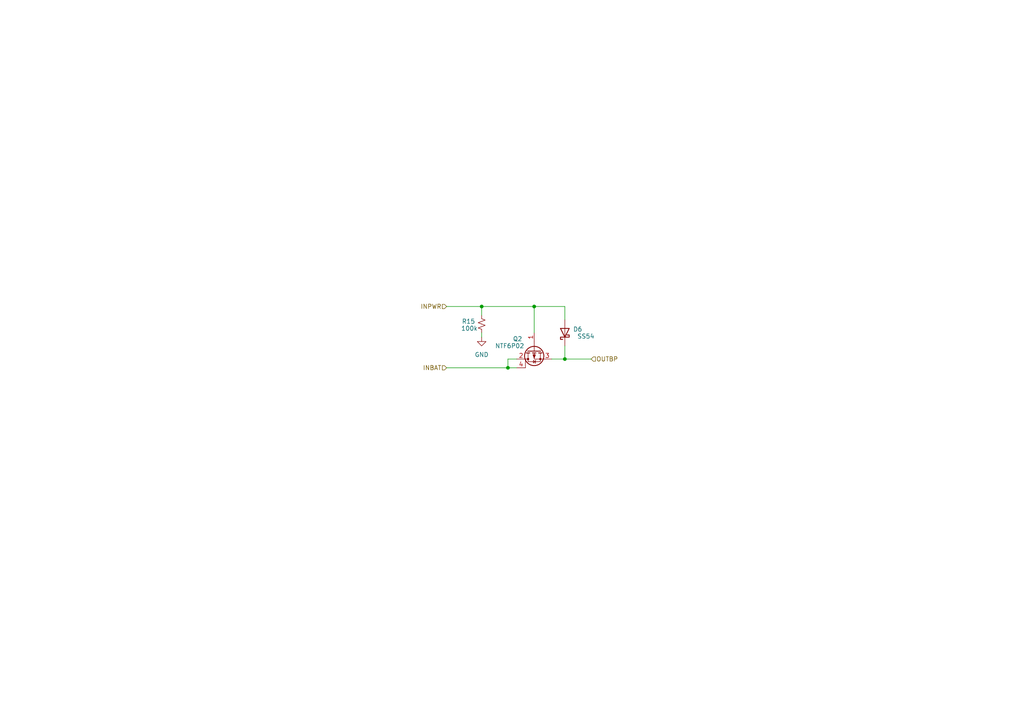
<source format=kicad_sch>
(kicad_sch (version 20250114) (generator "eeschema") (generator_version "9.0")
  (paper "A4")
  (title_block (title "UPS Lead Acid") (date "2025-06-05") (rev "1.0") (company "Electgpl"))
  (lib_symbols
    (symbol "Device:Q_PMOS_GDSD" (pin_names (offset 0) (hide yes))
      (property "Reference" "Q" (at 5.08 1.27 0))
      (property "Value" "Q_PMOS_GDSD" (at 5.08 -1.27 0))
      (symbol "Q_PMOS_GDSD_0_1"
        (polyline (pts (xy 0.254 1.905) (xy 0.254 -1.905)) (stroke (width 0.254)))
        (polyline (pts (xy 0.254 0) (xy -2.54 0)))
        (polyline (pts (xy 0.762 2.286) (xy 0.762 1.27)) (stroke (width 0.254)))
        (polyline (pts (xy 0.762 1.778) (xy 3.302 1.778) (xy 3.302 -1.778) (xy 0.762 -1.778)))
        (polyline (pts (xy 0.762 0.508) (xy 0.762 -0.508)) (stroke (width 0.254)))
        (polyline (pts (xy 0.762 -1.27) (xy 0.762 -2.286)) (stroke (width 0.254)))
        (circle (center 1.651 0) (radius 2.794) (stroke (width 0.254)))
        (polyline (pts (xy 2.286 0) (xy 1.27 0.381) (xy 1.27 -0.381) (xy 2.286 0)) (fill (type outline)))
        (circle (center 2.54 1.778) (radius 0.254) (fill (type outline)))
        (circle (center 2.54 -1.778) (radius 0.254) (fill (type outline)))
        (polyline (pts (xy 2.54 -2.54) (xy 2.54 0) (xy 0.762 0)))
        (polyline (pts (xy 2.794 -0.508) (xy 2.921 -0.381) (xy 3.683 -0.381) (xy 3.81 -0.254)))
        (polyline (pts (xy 3.302 -0.381) (xy 2.921 0.254) (xy 3.683 0.254) (xy 3.302 -0.381)))
        (polyline (pts (xy 5.08 2.54) (xy 2.54 2.54) (xy 2.54 1.778)))
      )
      (symbol "Q_PMOS_GDSD_1_1"
        (pin input line (at -5.08 0 0) (length 2.54) (name "G") (number "1"))
        (pin passive line (at 2.54 5.08 270) (length 2.54) (name "D") (number "2"))
        (pin passive line (at 2.54 -5.08 90) (length 2.54) (name "S") (number "3"))
        (pin passive line (at 5.08 5.08 270) (length 2.54) (name "D") (number "4"))
      )
    )
    (symbol "Device:R_Small_US" (pin_numbers (hide yes)) (pin_names (offset 0.254) (hide yes))
      (property "Reference" "R" (at 0.762 0.508 0))
      (property "Value" "R_Small_US" (at 0.762 -1.016 0))
      (symbol "R_Small_US_1_1"
        (polyline (pts (xy 0 1.524) (xy 1.016 1.143) (xy 0 0.762) (xy -1.016 0.381) (xy 0 0)))
        (polyline (pts (xy 0 0) (xy 1.016 -0.381) (xy 0 -0.762) (xy -1.016 -1.143) (xy 0 -1.524)))
        (pin passive line (at 0 2.54 270) (length 1.016) (name "~") (number "1"))
        (pin passive line (at 0 -2.54 90) (length 1.016) (name "~") (number "2"))
      )
    )
    (symbol "Diode:B240" (pin_numbers (hide yes)) (pin_names (offset 1.016) (hide yes))
      (property "Reference" "D" (at 0 2.54 0))
      (property "Value" "B240" (at 0 -2.54 0))
      (symbol "B240_0_1"
        (polyline (pts (xy -1.905 0.635) (xy -1.905 1.27) (xy -1.27 1.27) (xy -1.27 -1.27) (xy -0.635 -1.27) (xy -0.635 -0.635)) (stroke (width 0.254)))
        (polyline (pts (xy 1.27 1.27) (xy 1.27 -1.27) (xy -1.27 0) (xy 1.27 1.27)) (stroke (width 0.254)))
        (polyline (pts (xy 1.27 0) (xy -1.27 0)))
      )
      (symbol "B240_1_1"
        (pin passive line (at -3.81 0 0) (length 2.54) (name "K") (number "1"))
        (pin passive line (at 3.81 0 180) (length 2.54) (name "A") (number "2"))
      )
    )
    (symbol "power:GND" (power) (pin_numbers (hide yes)) (pin_names (offset 0) (hide yes))
      (property "Value" "GND" (at 0 -3.81 0))
      (symbol "GND_0_1"
        (polyline (pts (xy 0 0) (xy 0 -1.27) (xy 1.27 -1.27) (xy 0 -2.54) (xy -1.27 -1.27) (xy 0 -1.27)))
      )
      (symbol "GND_1_1"
        (pin power_in line (at 0 0 270) (length 0) (name "~") (number "1"))
      )
    )
  )
  (junction (at 163.83 104.14))
  (junction (at 139.7 88.9))
  (junction (at 147.32 106.68))
  (junction (at 154.94 88.9))
  (wire (pts (xy 139.7 91.44) (xy 139.7 88.9)))
  (wire (pts (xy 149.86 104.14) (xy 147.32 104.14)))
  (wire (pts (xy 139.7 96.52) (xy 139.7 97.79)))
  (wire (pts (xy 163.83 88.9) (xy 154.94 88.9)))
  (wire (pts (xy 163.83 92.71) (xy 163.83 88.9)))
  (wire (pts (xy 147.32 106.68) (xy 149.86 106.68)))
  (wire (pts (xy 147.32 104.14) (xy 147.32 106.68)))
  (wire (pts (xy 139.7 88.9) (xy 154.94 88.9)))
  (wire (pts (xy 129.54 88.9) (xy 139.7 88.9)))
  (wire (pts (xy 163.83 104.14) (xy 171.45 104.14)))
  (wire (pts (xy 160.02 104.14) (xy 163.83 104.14)))
  (wire (pts (xy 154.94 88.9) (xy 154.94 96.52)))
  (wire (pts (xy 163.83 104.14) (xy 163.83 100.33)))
  (wire (pts (xy 129.54 106.68) (xy 147.32 106.68)))
  (hierarchical_label "OUTBP" (shape input) (at 171.45 104.14 0))
  (hierarchical_label "INPWR" (shape input) (at 129.54 88.9 180))
  (hierarchical_label "INBAT" (shape input) (at 129.54 106.68 180))
  (symbol (lib_id "Diode:B240") (at 163.83 96.52 90) (unit 1)
    (property "Reference" "D6" (at 168.91 95.504 90) (effects (justify left)))
    (property "Value" "SS54" (at 172.466 97.536 90) (effects (justify left)))
    (property "Footprint" "Diode_SMD:D_SMC" (effects (hide yes)))
    (property "Datasheet" "http://www.jameco.com/Jameco/Products/ProdDS/1538777.pdf" (effects (hide yes)))
    (property "Description" "40V 2A Schottky Barrier Rectifier Diode, SMB" (effects (hide yes)))
    (property "Absolute minimum" "40V 5A" (effects (hide yes)))
    (property "Reference MFG P/N" "C5200096 " (effects (hide yes)))
    (property "LCSC" "C5199108" (effects (hide yes)))
    (property "MFR P/N" "SS54" (effects (hide yes)))
  )
  (symbol (lib_id "Device:Q_PMOS_GDSD") (at 154.94 101.6 90) (mirror x) (unit 1)
    (property "Reference" "Q2" (at 150.114 98.298 90))
    (property "Value" "NTF6P02" (at 147.828 100.33 90))
    (property "Footprint" "Package_TO_SOT_SMD:SOT-223-3_TabPin2" (effects (hide yes)))
    (property "Datasheet" "https://www.lcsc.com/datasheet/lcsc_datasheet_1808280023_Diodes-Incorporated-DMP6023LE-13_C154901.pdf" (effects (hide yes)))
    (property "Description" "60V 2W 28mΩ@10V,5A 3V@250uA 1 Piece P-Channel SOT-223-4 MOSFETs ROHS" (effects (hide yes)))
    (property "LCSC Part" "C154901" (effects (hide yes)))
    (property "LCSC" "C558214" (effects (hide yes)))
    (property "MFR P/N" "NTF6P02T3G-VB" (effects (hide yes)))
  )
  (symbol (lib_id "Device:R_Small_US") (at 139.7 93.98 180) (unit 1)
    (property "Reference" "R15" (at 135.89 93.218 0))
    (property "Value" "100k" (at 136.144 95.25 0))
    (property "Footprint" "Resistor_SMD:R_0603_1608Metric" (effects (hide yes)))
    (property "Description" "Resistor, small US symbol" (effects (hide yes)))
    (property "LCSC Part" "C99198" (effects (hide yes)))
    (property "LCSC" "C2907088" (effects (hide yes)))
    (property "MFR P/N" "FRC0603J104 TS" (effects (hide yes)))
  )
  (symbol (lib_id "power:GND") (at 139.7 97.79 0) (unit 1)
    (property "Reference" "#PWR026" (effects (hide yes)))
    (property "Value" "GND" (at 139.7 102.87 0))
    (property "Description" "Power symbol creates a global label with name \"GND\" , ground" (effects (hide yes)))
  )
)
</source>
